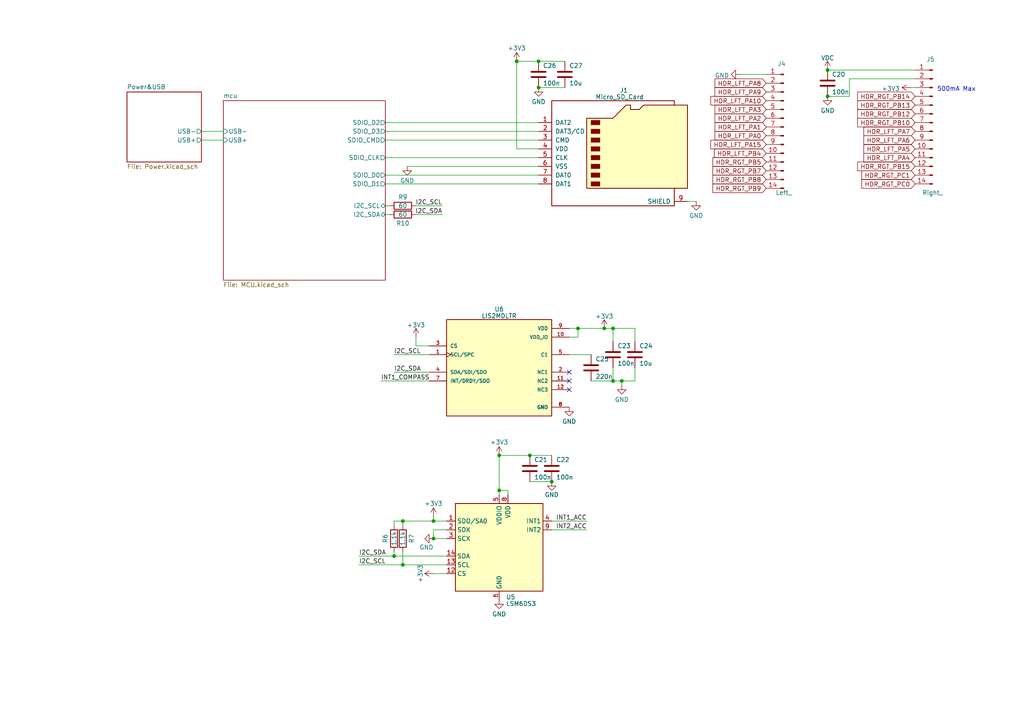
<source format=kicad_sch>
(kicad_sch (version 20230121) (generator eeschema)
  (paper "A4")
  (lib_symbols
    (symbol "AREA_composant:LIS2MDLTR" (pin_names (offset 1.016))
      (property "Reference" "U" (at -15.24 13.97 0))
      (property "Value" "LIS2MDLTR" (at -15.24 -17.78 0))
      (symbol "LIS2MDLTR_0_0"
        (rectangle (start -15.24 -15.24) (end 15.24 12.7) (stroke (width 0.254)) (fill (type background)))
        (pin input clock (at -20.32 2.54 0) (length 5.08) (name "SCL/SPC") (number "1"))
        (pin power_in line (at 20.32 7.62 180) (length 5.08) (name "VDD_IO") (number "10"))
        (pin passive line (at 20.32 -5.08 180) (length 5.08) (name "NC2") (number "11"))
        (pin passive line (at 20.32 -7.62 180) (length 5.08) (name "NC3") (number "12"))
        (pin passive line (at 20.32 -2.54 180) (length 5.08) (name "NC1") (number "2"))
        (pin input line (at -20.32 5.08 0) (length 5.08) (name "CS") (number "3"))
        (pin bidirectional line (at -20.32 -2.54 0) (length 5.08) (name "SDA/SDI/SDO") (number "4"))
        (pin passive line (at 20.32 2.54 180) (length 5.08) (name "C1") (number "5"))
        (pin power_in line (at 20.32 -12.7 180) (length 5.08) (name "GND") (number "6"))
        (pin bidirectional line (at -20.32 -5.08 0) (length 5.08) (name "INT/DRDY/SDO") (number "7"))
        (pin power_in line (at 20.32 -12.7 180) (length 5.08) (name "GND") (number "8"))
        (pin power_in line (at 20.32 10.16 180) (length 5.08) (name "VDD") (number "9"))
      )
    )
    (symbol "Connector:Conn_01x14_Pin" (pin_names (offset 1.016) hide)
      (property "Reference" "J" (at 0 17.78 0))
      (property "Value" "Conn_01x14_Pin" (at 0 -20.32 0))
      (symbol "Conn_01x14_Pin_1_1"
        (polyline (pts (xy 1.27 -17.78) (xy 0.8636 -17.78)) (stroke (width 0.1524)))
        (polyline (pts (xy 1.27 -15.24) (xy 0.8636 -15.24)) (stroke (width 0.1524)))
        (polyline (pts (xy 1.27 -12.7) (xy 0.8636 -12.7)) (stroke (width 0.1524)))
        (polyline (pts (xy 1.27 -10.16) (xy 0.8636 -10.16)) (stroke (width 0.1524)))
        (polyline (pts (xy 1.27 -7.62) (xy 0.8636 -7.62)) (stroke (width 0.1524)))
        (polyline (pts (xy 1.27 -5.08) (xy 0.8636 -5.08)) (stroke (width 0.1524)))
        (polyline (pts (xy 1.27 -2.54) (xy 0.8636 -2.54)) (stroke (width 0.1524)))
        (polyline (pts (xy 1.27 0) (xy 0.8636 0)) (stroke (width 0.1524)))
        (polyline (pts (xy 1.27 2.54) (xy 0.8636 2.54)) (stroke (width 0.1524)))
        (polyline (pts (xy 1.27 5.08) (xy 0.8636 5.08)) (stroke (width 0.1524)))
        (polyline (pts (xy 1.27 7.62) (xy 0.8636 7.62)) (stroke (width 0.1524)))
        (polyline (pts (xy 1.27 10.16) (xy 0.8636 10.16)) (stroke (width 0.1524)))
        (polyline (pts (xy 1.27 12.7) (xy 0.8636 12.7)) (stroke (width 0.1524)))
        (polyline (pts (xy 1.27 15.24) (xy 0.8636 15.24)) (stroke (width 0.1524)))
        (rectangle (start 0.8636 -17.653) (end 0 -17.907) (stroke (width 0.1524)) (fill (type outline)))
        (rectangle (start 0.8636 -15.113) (end 0 -15.367) (stroke (width 0.1524)) (fill (type outline)))
        (rectangle (start 0.8636 -12.573) (end 0 -12.827) (stroke (width 0.1524)) (fill (type outline)))
        (rectangle (start 0.8636 -10.033) (end 0 -10.287) (stroke (width 0.1524)) (fill (type outline)))
        (rectangle (start 0.8636 -7.493) (end 0 -7.747) (stroke (width 0.1524)) (fill (type outline)))
        (rectangle (start 0.8636 -4.953) (end 0 -5.207) (stroke (width 0.1524)) (fill (type outline)))
        (rectangle (start 0.8636 -2.413) (end 0 -2.667) (stroke (width 0.1524)) (fill (type outline)))
        (rectangle (start 0.8636 0.127) (end 0 -0.127) (stroke (width 0.1524)) (fill (type outline)))
        (rectangle (start 0.8636 2.667) (end 0 2.413) (stroke (width 0.1524)) (fill (type outline)))
        (rectangle (start 0.8636 5.207) (end 0 4.953) (stroke (width 0.1524)) (fill (type outline)))
        (rectangle (start 0.8636 7.747) (end 0 7.493) (stroke (width 0.1524)) (fill (type outline)))
        (rectangle (start 0.8636 10.287) (end 0 10.033) (stroke (width 0.1524)) (fill (type outline)))
        (rectangle (start 0.8636 12.827) (end 0 12.573) (stroke (width 0.1524)) (fill (type outline)))
        (rectangle (start 0.8636 15.367) (end 0 15.113) (stroke (width 0.1524)) (fill (type outline)))
        (pin passive line (at 5.08 15.24 180) (length 3.81) (name "Pin_1") (number "1"))
        (pin passive line (at 5.08 -7.62 180) (length 3.81) (name "Pin_10") (number "10"))
        (pin passive line (at 5.08 -10.16 180) (length 3.81) (name "Pin_11") (number "11"))
        (pin passive line (at 5.08 -12.7 180) (length 3.81) (name "Pin_12") (number "12"))
        (pin passive line (at 5.08 -15.24 180) (length 3.81) (name "Pin_13") (number "13"))
        (pin passive line (at 5.08 -17.78 180) (length 3.81) (name "Pin_14") (number "14"))
        (pin passive line (at 5.08 12.7 180) (length 3.81) (name "Pin_2") (number "2"))
        (pin passive line (at 5.08 10.16 180) (length 3.81) (name "Pin_3") (number "3"))
        (pin passive line (at 5.08 7.62 180) (length 3.81) (name "Pin_4") (number "4"))
        (pin passive line (at 5.08 5.08 180) (length 3.81) (name "Pin_5") (number "5"))
        (pin passive line (at 5.08 2.54 180) (length 3.81) (name "Pin_6") (number "6"))
        (pin passive line (at 5.08 0 180) (length 3.81) (name "Pin_7") (number "7"))
        (pin passive line (at 5.08 -2.54 180) (length 3.81) (name "Pin_8") (number "8"))
        (pin passive line (at 5.08 -5.08 180) (length 3.81) (name "Pin_9") (number "9"))
      )
    )
    (symbol "Connector:Micro_SD_Card" (pin_names (offset 1.016))
      (property "Reference" "J" (at -16.51 15.24 0))
      (property "Value" "Micro_SD_Card" (at 16.51 15.24 0))
      (symbol "Micro_SD_Card_0_1"
        (rectangle (start -7.62 -9.525) (end -5.08 -10.795) (fill (type outline)))
        (rectangle (start -7.62 -6.985) (end -5.08 -8.255) (fill (type outline)))
        (rectangle (start -7.62 -4.445) (end -5.08 -5.715) (fill (type outline)))
        (rectangle (start -7.62 -1.905) (end -5.08 -3.175) (fill (type outline)))
        (rectangle (start -7.62 0.635) (end -5.08 -0.635) (fill (type outline)))
        (rectangle (start -7.62 3.175) (end -5.08 1.905) (fill (type outline)))
        (rectangle (start -7.62 5.715) (end -5.08 4.445) (fill (type outline)))
        (rectangle (start -7.62 8.255) (end -5.08 6.985) (fill (type outline)))
        (polyline (pts (xy 16.51 12.7) (xy 16.51 13.97) (xy -19.05 13.97) (xy -19.05 -16.51) (xy 16.51 -16.51) (xy 16.51 -11.43)) (stroke (width 0.254)))
        (polyline (pts (xy -8.89 -11.43) (xy -8.89 8.89) (xy -1.27 8.89) (xy 2.54 12.7) (xy 3.81 12.7) (xy 3.81 11.43) (xy 6.35 11.43) (xy 7.62 12.7) (xy 20.32 12.7) (xy 20.32 -11.43) (xy -8.89 -11.43)) (stroke (width 0.254)) (fill (type background)))
      )
      (symbol "Micro_SD_Card_1_1"
        (pin bidirectional line (at -22.86 7.62 0) (length 3.81) (name "DAT2") (number "1"))
        (pin bidirectional line (at -22.86 5.08 0) (length 3.81) (name "DAT3/CD") (number "2"))
        (pin input line (at -22.86 2.54 0) (length 3.81) (name "CMD") (number "3"))
        (pin power_in line (at -22.86 0 0) (length 3.81) (name "VDD") (number "4"))
        (pin input line (at -22.86 -2.54 0) (length 3.81) (name "CLK") (number "5"))
        (pin power_in line (at -22.86 -5.08 0) (length 3.81) (name "VSS") (number "6"))
        (pin bidirectional line (at -22.86 -7.62 0) (length 3.81) (name "DAT0") (number "7"))
        (pin bidirectional line (at -22.86 -10.16 0) (length 3.81) (name "DAT1") (number "8"))
        (pin passive line (at 20.32 -15.24 180) (length 3.81) (name "SHIELD") (number "9"))
      )
    )
    (symbol "Device:C" (pin_numbers hide) (pin_names (offset 0.254))
      (property "Reference" "C" (at 0.635 2.54 0))
      (property "Value" "C" (at 0.635 -2.54 0))
      (symbol "C_0_1"
        (polyline (pts (xy -2.032 -0.762) (xy 2.032 -0.762)) (stroke (width 0.508)))
        (polyline (pts (xy -2.032 0.762) (xy 2.032 0.762)) (stroke (width 0.508)))
      )
      (symbol "C_1_1"
        (pin passive line (at 0 3.81 270) (length 2.794) (name "~") (number "1"))
        (pin passive line (at 0 -3.81 90) (length 2.794) (name "~") (number "2"))
      )
    )
    (symbol "Device:R" (pin_numbers hide) (pin_names (offset 0))
      (property "Reference" "R" (at 2.032 0 90))
      (property "Value" "R" (at 0 0 90))
      (symbol "R_0_1"
        (rectangle (start -1.016 -2.54) (end 1.016 2.54) (stroke (width 0.254)))
      )
      (symbol "R_1_1"
        (pin passive line (at 0 3.81 270) (length 1.27) (name "~") (number "1"))
        (pin passive line (at 0 -3.81 90) (length 1.27) (name "~") (number "2"))
      )
    )
    (symbol "Sensor_Motion:LSM6DS3"
      (property "Reference" "U" (at -11.43 15.24 0))
      (property "Value" "LSM6DS3" (at -11.43 12.7 0))
      (symbol "LSM6DS3_0_1"
        (rectangle (start -12.7 12.7) (end 12.7 -12.7) (stroke (width 0.254)) (fill (type background)))
      )
      (symbol "LSM6DS3_1_1"
        (pin bidirectional line (at -15.24 7.62 0) (length 2.54) (name "SDO/SA0") (number "1"))
        (pin no_connect line (at 12.7 -5.08 180) (length 3.81) hide (name "NC") (number "10"))
        (pin no_connect line (at 12.7 -2.54 180) (length 3.81) hide (name "NC") (number "11"))
        (pin input line (at -15.24 -7.62 0) (length 2.54) (name "CS") (number "12"))
        (pin input line (at -15.24 -5.08 0) (length 2.54) (name "SCL") (number "13"))
        (pin bidirectional line (at -15.24 -2.54 0) (length 2.54) (name "SDA") (number "14"))
        (pin bidirectional line (at -15.24 5.08 0) (length 2.54) (name "SDX") (number "2"))
        (pin input line (at -15.24 2.54 0) (length 2.54) (name "SCX") (number "3"))
        (pin output line (at 15.24 7.62 180) (length 2.54) (name "INT1") (number "4"))
        (pin power_in line (at 0 15.24 270) (length 2.54) (name "VDDIO") (number "5"))
        (pin power_in line (at 0 -15.24 90) (length 2.54) (name "GND") (number "6"))
        (pin passive line (at 0 -15.24 90) (length 2.54) hide (name "GND") (number "7"))
        (pin power_in line (at 2.54 15.24 270) (length 2.54) (name "VDD") (number "8"))
        (pin output line (at 15.24 5.08 180) (length 2.54) (name "INT2") (number "9"))
      )
    )
    (symbol "power:+3V3" (power) (pin_names (offset 0))
      (property "Value" "+3V3" (at 0 3.556 0))
      (symbol "+3V3_0_1"
        (polyline (pts (xy -0.762 1.27) (xy 0 2.54)))
        (polyline (pts (xy 0 0) (xy 0 2.54)))
        (polyline (pts (xy 0 2.54) (xy 0.762 1.27)))
      )
      (symbol "+3V3_1_1"
        (pin power_in line (at 0 0 90) (length 0) hide (name "+3V3") (number "1"))
      )
    )
    (symbol "power:GND" (power) (pin_names (offset 0))
      (property "Value" "GND" (at 0 -3.81 0))
      (symbol "GND_0_1"
        (polyline (pts (xy 0 0) (xy 0 -1.27) (xy 1.27 -1.27) (xy 0 -2.54) (xy -1.27 -1.27) (xy 0 -1.27)))
      )
      (symbol "GND_1_1"
        (pin power_in line (at 0 0 270) (length 0) hide (name "GND") (number "1"))
      )
    )
    (symbol "power:VDC" (power) (pin_names (offset 0))
      (property "Value" "VDC" (at 0 6.35 0))
      (symbol "VDC_0_1"
        (polyline (pts (xy -0.762 1.27) (xy 0 2.54)))
        (polyline (pts (xy 0 0) (xy 0 2.54)))
        (polyline (pts (xy 0 2.54) (xy 0.762 1.27)))
      )
      (symbol "VDC_1_1"
        (pin power_in line (at 0 0 90) (length 0) hide (name "VDC") (number "1"))
      )
    )
  )
  (junction (at 177.8 110.49))
  (junction (at 116.84 163.83))
  (junction (at 240.03 27.94))
  (junction (at 180.34 110.49))
  (junction (at 116.84 151.13))
  (junction (at 175.26 95.25))
  (junction (at 114.3 161.29))
  (junction (at 160.02 139.7))
  (junction (at 144.78 142.24))
  (junction (at 125.73 151.13))
  (junction (at 167.64 95.25))
  (junction (at 144.78 132.08))
  (junction (at 156.21 25.4))
  (junction (at 177.8 95.25))
  (junction (at 125.73 156.21))
  (junction (at 149.86 17.78))
  (junction (at 156.21 17.78))
  (junction (at 153.67 132.08))
  (junction (at 240.03 20.32))
  (no_connect (at 165.1 107.95))
  (no_connect (at 165.1 110.49))
  (no_connect (at 165.1 113.03))
  (wire (pts (xy 111.76 35.56) (xy 156.21 35.56)))
  (wire (pts (xy 184.15 95.25) (xy 177.8 95.25)))
  (wire (pts (xy 199.39 58.42) (xy 201.93 58.42)))
  (wire (pts (xy 246.38 22.86) (xy 246.38 27.94)))
  (wire (pts (xy 153.67 132.08) (xy 160.02 132.08)))
  (wire (pts (xy 129.54 156.21) (xy 125.73 156.21)))
  (wire (pts (xy 180.34 110.49) (xy 184.15 110.49)))
  (wire (pts (xy 111.76 45.72) (xy 156.21 45.72)))
  (wire (pts (xy 165.1 102.87) (xy 171.45 102.87)))
  (wire (pts (xy 104.14 163.83) (xy 116.84 163.83)))
  (wire (pts (xy 167.64 95.25) (xy 175.26 95.25)))
  (wire (pts (xy 184.15 99.06) (xy 184.15 95.25)))
  (wire (pts (xy 125.73 153.67) (xy 129.54 153.67)))
  (wire (pts (xy 240.03 20.32) (xy 265.43 20.32)))
  (wire (pts (xy 114.3 160.02) (xy 114.3 161.29)))
  (wire (pts (xy 120.65 62.23) (xy 128.27 62.23)))
  (wire (pts (xy 125.73 149.86) (xy 125.73 151.13)))
  (wire (pts (xy 153.67 139.7) (xy 160.02 139.7)))
  (wire (pts (xy 147.32 142.24) (xy 144.78 142.24)))
  (wire (pts (xy 111.76 59.69) (xy 113.03 59.69)))
  (wire (pts (xy 114.3 107.95) (xy 124.46 107.95)))
  (wire (pts (xy 120.65 97.79) (xy 120.65 100.33)))
  (wire (pts (xy 156.21 17.78) (xy 163.83 17.78)))
  (wire (pts (xy 149.86 17.78) (xy 149.86 43.18)))
  (wire (pts (xy 156.21 25.4) (xy 163.83 25.4)))
  (wire (pts (xy 180.34 111.76) (xy 180.34 110.49)))
  (wire (pts (xy 114.3 102.87) (xy 124.46 102.87)))
  (wire (pts (xy 171.45 110.49) (xy 177.8 110.49)))
  (wire (pts (xy 147.32 143.51) (xy 147.32 142.24)))
  (wire (pts (xy 177.8 95.25) (xy 175.26 95.25)))
  (wire (pts (xy 222.25 21.59) (xy 214.63 21.59)))
  (wire (pts (xy 184.15 110.49) (xy 184.15 106.68)))
  (wire (pts (xy 149.86 17.78) (xy 156.21 17.78)))
  (wire (pts (xy 165.1 95.25) (xy 167.64 95.25)))
  (wire (pts (xy 116.84 151.13) (xy 125.73 151.13)))
  (wire (pts (xy 114.3 151.13) (xy 116.84 151.13)))
  (wire (pts (xy 116.84 160.02) (xy 116.84 163.83)))
  (wire (pts (xy 58.42 40.64) (xy 64.77 40.64)))
  (wire (pts (xy 165.1 97.79) (xy 167.64 97.79)))
  (wire (pts (xy 111.76 40.64) (xy 156.21 40.64)))
  (wire (pts (xy 177.8 110.49) (xy 177.8 106.68)))
  (wire (pts (xy 125.73 166.37) (xy 129.54 166.37)))
  (wire (pts (xy 125.73 153.67) (xy 125.73 156.21)))
  (wire (pts (xy 116.84 152.4) (xy 116.84 151.13)))
  (wire (pts (xy 144.78 132.08) (xy 144.78 142.24)))
  (wire (pts (xy 156.21 43.18) (xy 149.86 43.18)))
  (wire (pts (xy 167.64 97.79) (xy 167.64 95.25)))
  (wire (pts (xy 116.84 163.83) (xy 129.54 163.83)))
  (wire (pts (xy 114.3 161.29) (xy 129.54 161.29)))
  (wire (pts (xy 58.42 38.1) (xy 64.77 38.1)))
  (wire (pts (xy 177.8 95.25) (xy 177.8 99.06)))
  (wire (pts (xy 124.46 110.49) (xy 110.49 110.49)))
  (wire (pts (xy 144.78 132.08) (xy 153.67 132.08)))
  (wire (pts (xy 111.76 38.1) (xy 156.21 38.1)))
  (wire (pts (xy 246.38 27.94) (xy 240.03 27.94)))
  (wire (pts (xy 124.46 100.33) (xy 120.65 100.33)))
  (wire (pts (xy 144.78 142.24) (xy 144.78 143.51)))
  (wire (pts (xy 118.11 48.26) (xy 156.21 48.26)))
  (wire (pts (xy 104.14 161.29) (xy 114.3 161.29)))
  (wire (pts (xy 114.3 152.4) (xy 114.3 151.13)))
  (wire (pts (xy 177.8 110.49) (xy 180.34 110.49)))
  (wire (pts (xy 264.16 25.4) (xy 265.43 25.4)))
  (wire (pts (xy 111.76 50.8) (xy 156.21 50.8)))
  (wire (pts (xy 120.65 59.69) (xy 128.27 59.69)))
  (wire (pts (xy 246.38 22.86) (xy 265.43 22.86)))
  (wire (pts (xy 129.54 151.13) (xy 125.73 151.13)))
  (wire (pts (xy 111.76 53.34) (xy 156.21 53.34)))
  (wire (pts (xy 160.02 153.67) (xy 170.18 153.67)))
  (wire (pts (xy 111.76 62.23) (xy 113.03 62.23)))
  (wire (pts (xy 160.02 151.13) (xy 170.18 151.13)))
  (text "500mA Max" (at 271.78 26.67 0) (effects (font (size 1.27 1.27)) (justify left bottom)))
  (label "I2C_SCL" (at 104.14 163.83 0))
  (label "I2C_SCL" (at 128.27 59.69 180))
  (label "I2C_SDA" (at 114.3 107.95 0))
  (label "I2C_SDA" (at 128.27 62.23 180))
  (label "I2C_SCL" (at 114.3 102.87 0))
  (label "INT1_COMPASS" (at 110.49 110.49 0))
  (label "INT1_ACC" (at 170.18 151.13 180))
  (label "INT2_ACC" (at 170.18 153.67 180))
  (label "I2C_SDA" (at 104.14 161.29 0))
  (global_label "HDR_LFT_PA15" (shape input) (at 222.25 41.91 180) (property "Intersheetrefs" "${INTERSHEET_REFS}" (effects hide)))
  (global_label "HDR_RGT_PB12" (shape input) (at 265.43 33.02 180) (property "Intersheetrefs" "${INTERSHEET_REFS}" (effects hide)))
  (global_label "HDR_LFT_PB4" (shape input) (at 222.25 44.45 180) (property "Intersheetrefs" "${INTERSHEET_REFS}" (effects hide)))
  (global_label "HDR_RGT_PB7" (shape input) (at 222.25 49.53 180) (property "Intersheetrefs" "${INTERSHEET_REFS}" (effects hide)))
  (global_label "HDR_LFT_PA6" (shape input) (at 265.43 40.64 180) (property "Intersheetrefs" "${INTERSHEET_REFS}" (effects hide)))
  (global_label "HDR_RGT_PB5" (shape input) (at 222.25 46.99 180) (property "Intersheetrefs" "${INTERSHEET_REFS}" (effects hide)))
  (global_label "HDR_LFT_PA9" (shape input) (at 222.25 26.67 180) (property "Intersheetrefs" "${INTERSHEET_REFS}" (effects hide)))
  (global_label "HDR_RGT_PC0" (shape input) (at 265.43 53.34 180) (property "Intersheetrefs" "${INTERSHEET_REFS}" (effects hide)))
  (global_label "HDR_RGT_PC1" (shape input) (at 265.43 50.8 180) (property "Intersheetrefs" "${INTERSHEET_REFS}" (effects hide)))
  (global_label "HDR_LFT_PA4" (shape input) (at 265.43 45.72 180) (property "Intersheetrefs" "${INTERSHEET_REFS}" (effects hide)))
  (global_label "HDR_LFT_PA8" (shape input) (at 222.25 24.13 180) (property "Intersheetrefs" "${INTERSHEET_REFS}" (effects hide)))
  (global_label "HDR_RGT_PB13" (shape input) (at 265.43 30.48 180) (property "Intersheetrefs" "${INTERSHEET_REFS}" (effects hide)))
  (global_label "HDR_LFT_PA7" (shape input) (at 265.43 38.1 180) (property "Intersheetrefs" "${INTERSHEET_REFS}" (effects hide)))
  (global_label "HDR_RGT_PB15" (shape input) (at 265.43 48.26 180) (property "Intersheetrefs" "${INTERSHEET_REFS}" (effects hide)))
  (global_label "HDR_LFT_PA10" (shape input) (at 222.25 29.21 180) (property "Intersheetrefs" "${INTERSHEET_REFS}" (effects hide)))
  (global_label "HDR_LFT_PA1" (shape input) (at 222.25 36.83 180) (property "Intersheetrefs" "${INTERSHEET_REFS}" (effects hide)))
  (global_label "HDR_RGT_PB9" (shape input) (at 222.25 54.61 180) (property "Intersheetrefs" "${INTERSHEET_REFS}" (effects hide)))
  (global_label "HDR_LFT_PA3" (shape input) (at 222.25 31.75 180) (property "Intersheetrefs" "${INTERSHEET_REFS}" (effects hide)))
  (global_label "HDR_LFT_PA2" (shape input) (at 222.25 34.29 180) (property "Intersheetrefs" "${INTERSHEET_REFS}" (effects hide)))
  (global_label "HDR_LFT_PA0" (shape input) (at 222.25 39.37 180) (property "Intersheetrefs" "${INTERSHEET_REFS}" (effects hide)))
  (global_label "HDR_RGT_PB10" (shape input) (at 265.43 35.56 180) (property "Intersheetrefs" "${INTERSHEET_REFS}" (effects hide)))
  (global_label "HDR_RGT_PB14" (shape input) (at 265.43 27.94 180) (property "Intersheetrefs" "${INTERSHEET_REFS}" (effects hide)))
  (global_label "HDR_RGT_PB8" (shape input) (at 222.25 52.07 180) (property "Intersheetrefs" "${INTERSHEET_REFS}" (effects hide)))
  (global_label "HDR_LFT_PA5" (shape input) (at 265.43 43.18 180) (property "Intersheetrefs" "${INTERSHEET_REFS}" (effects hide)))
  (symbol (lib_id "Device:C") (at 153.67 135.89 0) (unit 1)
    (property "Reference" "C21" (at 154.94 133.35 0) (effects (justify left)))
    (property "Value" "100n" (at 154.94 138.43 0) (effects (justify left)))
    (property "Footprint" "Capacitor_SMD:C_0603_1608Metric" (effects hide))
  )
  (symbol (lib_id "Connector:Conn_01x14_Pin") (at 227.33 36.83 0) (mirror y) (unit 1)
    (property "Reference" "J4" (at 226.695 18.5039 0))
    (property "Value" "Left_" (at 227.33 55.88 0))
    (property "Footprint" "Connector_PinHeader_2.54mm:PinHeader_1x14_P2.54mm_Vertical" (effects hide))
  )
  (symbol (lib_id "Connector:Conn_01x14_Pin") (at 270.51 35.56 0) (mirror y) (unit 1)
    (property "Reference" "J5" (at 269.875 17.2339 0))
    (property "Value" "Right_" (at 270.51 55.88 0))
    (property "Footprint" "Connector_PinHeader_2.54mm:PinHeader_1x14_P2.54mm_Vertical" (effects hide))
  )
  (symbol (lib_id "power:GND") (at 214.63 21.59 270) (mirror x) (unit 1)
    (property "Reference" "#PWR027" (effects hide))
    (property "Value" "GND" (at 211.4551 21.9068 90) (effects (justify right)))
  )
  (symbol (lib_id "Device:C") (at 156.21 21.59 0) (unit 1)
    (property "Reference" "C26" (at 157.48 19.05 0) (effects (justify left)))
    (property "Value" "100n" (at 157.48 24.13 0) (effects (justify left)))
    (property "Footprint" "Capacitor_SMD:C_0603_1608Metric" (effects hide))
  )
  (symbol (lib_id "Device:C") (at 160.02 135.89 0) (unit 1)
    (property "Reference" "C22" (at 161.29 133.35 0) (effects (justify left)))
    (property "Value" "100n" (at 161.29 138.43 0) (effects (justify left)))
    (property "Footprint" "Capacitor_SMD:C_0603_1608Metric" (effects hide))
  )
  (symbol (lib_id "Connector:Micro_SD_Card") (at 179.07 43.18 0) (unit 1)
    (property "Reference" "J1" (at 180.975 26.2001 0))
    (property "Value" "Micro_SD_Card" (at 179.705 28.1211 0))
    (property "Footprint" "Connector_Card:microSD_HC_Molex_104031-0811" (effects hide))
    (property "Datasheet" "http://katalog.we-online.de/em/datasheet/693072010801.pdf" (effects hide))
  )
  (symbol (lib_id "power:GND") (at 240.03 27.94 0) (mirror y) (unit 1)
    (property "Reference" "#PWR032" (effects hide))
    (property "Value" "GND" (at 240.03 32.0755 0))
  )
  (symbol (lib_id "power:+3V3") (at 264.16 25.4 90) (unit 1)
    (property "Reference" "#PWR033" (effects hide))
    (property "Value" "+3V3" (at 260.985 25.7168 90) (effects (justify left)))
  )
  (symbol (lib_id "power:GND") (at 118.11 48.26 0) (unit 1)
    (property "Reference" "#PWR028" (effects hide))
    (property "Value" "GND" (at 118.11 52.3955 0))
  )
  (symbol (lib_id "power:GND") (at 201.93 58.42 0) (unit 1)
    (property "Reference" "#PWR029" (effects hide))
    (property "Value" "GND" (at 201.93 62.5555 0))
  )
  (symbol (lib_id "power:+3V3") (at 175.26 95.25 0) (unit 1)
    (property "Reference" "#PWR036" (effects hide))
    (property "Value" "+3V3" (at 175.26 91.7481 0))
  )
  (symbol (lib_id "AREA_composant:LIS2MDLTR") (at 144.78 105.41 0) (unit 1)
    (property "Reference" "U6" (at 144.78 89.7001 0))
    (property "Value" "LIS2MDLTR" (at 144.78 91.6211 0))
    (property "Footprint" "AREA_lib_composant:PQFN50P200X200X70-12N" (effects hide))
    (property "MF" "STMicroelectronics" (effects hide))
    (property "MAXIMUM_PACKAGE_HEIGHT" "0.7 mm" (effects hide))
    (property "Package" "WFLGA-12 STMicroelectronics" (effects hide))
    (property "Price" "None" (effects hide))
    (property "Check_prices" "https://www.snapeda.com/parts/LIS2MDLTR/STMicroelectronics/view-part/?ref=eda" (effects hide))
    (property "STANDARD" "IPC 7351B" (effects hide))
    (property "PARTREV" "Rev 5" (effects hide))
    (property "SnapEDA_Link" "https://www.snapeda.com/parts/LIS2MDLTR/STMicroelectronics/view-part/?ref=snap" (effects hide))
    (property "MP" "LIS2MDLTR" (effects hide))
    (property "Purchase-URL" "https://pricing.snapeda.com/search?q=LIS2MDLTR&ref=eda" (effects hide))
    (property "Description" "\nMagnetoresistive Sensor X, Y, Z Axis 12-LGA (2x2)\n" (effects hide))
    (property "Availability" "In Stock" (effects hide))
    (property "MANUFACTURER" "STMicroelectronics" (effects hide))
  )
  (symbol (lib_id "power:GND") (at 125.73 156.21 270) (unit 1)
    (property "Reference" "#PWR041" (effects hide))
    (property "Value" "GND" (at 125.73 158.75 90) (effects (justify right)))
  )
  (symbol (lib_id "Device:C") (at 177.8 102.87 0) (unit 1)
    (property "Reference" "C23" (at 179.07 100.33 0) (effects (justify left)))
    (property "Value" "100n" (at 179.07 105.41 0) (effects (justify left)))
    (property "Footprint" "Capacitor_SMD:C_0603_1608Metric" (effects hide))
  )
  (symbol (lib_id "power:+3V3") (at 125.73 149.86 0) (unit 1)
    (property "Reference" "#PWR043" (effects hide))
    (property "Value" "+3V3" (at 125.73 146.05 0))
  )
  (symbol (lib_id "Device:C") (at 184.15 102.87 0) (unit 1)
    (property "Reference" "C24" (at 185.42 100.33 0) (effects (justify left)))
    (property "Value" "10u" (at 185.42 105.41 0) (effects (justify left)))
    (property "Footprint" "Capacitor_SMD:C_0603_1608Metric" (effects hide))
  )
  (symbol (lib_id "power:+3V3") (at 149.86 17.78 0) (unit 1)
    (property "Reference" "#PWR046" (effects hide))
    (property "Value" "+3V3" (at 149.86 13.97 0))
  )
  (symbol (lib_id "power:GND") (at 160.02 139.7 0) (unit 1)
    (property "Reference" "#PWR040" (effects hide))
    (property "Value" "GND" (at 160.02 143.51 0))
  )
  (symbol (lib_id "power:GND") (at 144.78 173.99 0) (unit 1)
    (property "Reference" "#PWR039" (effects hide))
    (property "Value" "GND" (at 144.78 178.1255 0))
  )
  (symbol (lib_id "Device:R") (at 116.84 59.69 90) (unit 1)
    (property "Reference" "R9" (at 116.84 57.15 90))
    (property "Value" "60" (at 116.84 59.69 90))
    (property "Footprint" "Resistor_SMD:R_0603_1608Metric" (effects hide))
  )
  (symbol (lib_id "Device:R") (at 114.3 156.21 180) (unit 1)
    (property "Reference" "R6" (at 111.76 156.21 90))
    (property "Value" "1.1k" (at 114.3 156.21 90))
    (property "Footprint" "Resistor_SMD:R_0603_1608Metric" (effects hide))
  )
  (symbol (lib_id "Device:C") (at 240.03 24.13 0) (unit 1)
    (property "Reference" "C20" (at 241.3 21.59 0) (effects (justify left)))
    (property "Value" "100n" (at 241.3 26.67 0) (effects (justify left)))
    (property "Footprint" "Capacitor_SMD:C_0603_1608Metric" (effects hide))
  )
  (symbol (lib_id "power:+3V3") (at 120.65 97.79 0) (unit 1)
    (property "Reference" "#PWR044" (effects hide))
    (property "Value" "+3V3" (at 120.65 94.2881 0))
  )
  (symbol (lib_id "Device:R") (at 116.84 156.21 0) (unit 1)
    (property "Reference" "R7" (at 119.38 156.21 90))
    (property "Value" "1.1k" (at 116.84 156.21 90))
    (property "Footprint" "Resistor_SMD:R_0603_1608Metric" (effects hide))
  )
  (symbol (lib_id "power:VDC") (at 240.03 20.32 0) (unit 1)
    (property "Reference" "#PWR031" (effects hide))
    (property "Value" "VDC" (at 240.03 16.8181 0))
  )
  (symbol (lib_id "power:+3V3") (at 144.78 132.08 0) (unit 1)
    (property "Reference" "#PWR037" (effects hide))
    (property "Value" "+3V3" (at 144.78 128.27 0))
  )
  (symbol (lib_id "Sensor_Motion:LSM6DS3") (at 144.78 158.75 0) (unit 1)
    (property "Reference" "U5" (at 146.7359 173.1725 0) (effects (justify left)))
    (property "Value" "LSM6DS3" (at 146.7359 175.0935 0) (effects (justify left)))
    (property "Footprint" "Package_LGA:LGA-14_3x2.5mm_P0.5mm_LayoutBorder3x4y" (effects hide))
    (property "Datasheet" "https://www.st.com/resource/en/datasheet/lsm6ds3tr-c.pdf" (effects hide))
  )
  (symbol (lib_id "power:GND") (at 165.1 118.11 0) (unit 1)
    (property "Reference" "#PWR038" (effects hide))
    (property "Value" "GND" (at 165.1 122.2455 0))
  )
  (symbol (lib_id "power:GND") (at 180.34 111.76 0) (unit 1)
    (property "Reference" "#PWR035" (effects hide))
    (property "Value" "GND" (at 180.34 115.8955 0))
  )
  (symbol (lib_id "Device:C") (at 171.45 106.68 0) (unit 1)
    (property "Reference" "C25" (at 172.72 104.14 0) (effects (justify left)))
    (property "Value" "220n" (at 172.72 109.22 0) (effects (justify left)))
    (property "Footprint" "Capacitor_SMD:C_0603_1608Metric" (effects hide))
  )
  (symbol (lib_id "power:+3V3") (at 125.73 166.37 90) (unit 1)
    (property "Reference" "#PWR042" (effects hide))
    (property "Value" "+3V3" (at 121.92 166.37 0))
  )
  (symbol (lib_id "power:GND") (at 156.21 25.4 0) (unit 1)
    (property "Reference" "#PWR045" (effects hide))
    (property "Value" "GND" (at 156.21 29.5355 0))
  )
  (symbol (lib_id "Device:C") (at 163.83 21.59 0) (unit 1)
    (property "Reference" "C27" (at 165.1 19.05 0) (effects (justify left)))
    (property "Value" "10u" (at 165.1 24.13 0) (effects (justify left)))
    (property "Footprint" "Capacitor_SMD:C_0603_1608Metric" (effects hide))
  )
  (symbol (lib_id "Device:R") (at 116.84 62.23 270) (unit 1)
    (property "Reference" "R10" (at 116.84 64.77 90))
    (property "Value" "60" (at 116.84 62.23 90))
    (property "Footprint" "Resistor_SMD:R_0603_1608Metric" (effects hide))
  )
  (sheet (at 36.83 26.67) (size 21.59 20.32) (stroke (width 0.1524))
    (property "Sheetname" "Power&USB" (at 36.83 25.9584 0) (effects (justify left bottom)))
    (property "Sheetfile" "Power.kicad_sch" (at 36.83 47.5746 0) (effects (justify left top)))
    (pin "USB-" output (at 58.42 38.1 0))
    (pin "USB+" output (at 58.42 40.64 0))
  )
  (sheet (at 64.77 29.21) (size 46.99 52.07) (stroke (width 0.1524))
    (property "Sheetname" "mcu" (at 64.77 28.4984 0) (effects (justify left bottom)))
    (property "Sheetfile" "MCU.kicad_sch" (at 64.77 81.8646 0) (effects (justify left top)))
    (pin "SDIO_CLK" output (at 111.76 45.72 0))
    (pin "SDIO_D3" output (at 111.76 38.1 0))
    (pin "SDIO_D1" output (at 111.76 53.34 0))
    (pin "SDIO_D0" output (at 111.76 50.8 0))
    (pin "USB-" input (at 64.77 38.1 180))
    (pin "USB+" input (at 64.77 40.64 180))
    (pin "SDIO_CMD" output (at 111.76 40.64 0))
    (pin "I2C_SCL" bidirectional (at 111.76 59.69 0))
    (pin "I2C_SDA" bidirectional (at 111.76 62.23 0))
    (pin "SDIO_D2" output (at 111.76 35.56 0))
  )
)
</source>
